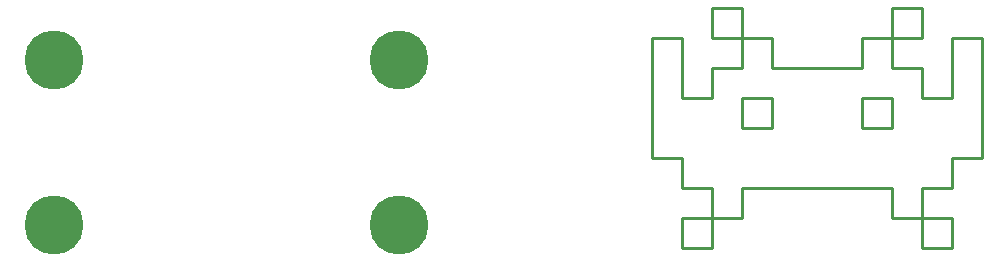
<source format=gbl>
G04 Layer_Physical_Order=2*
G04 Layer_Color=16711680*
%FSAX43Y43*%
%MOMM*%
G71*
G01*
G75*
%ADD10C,5.000*%
%ADD11C,0.254*%
D10*
X0075071Y0107300D02*
D03*
X0104280Y0107300D02*
D03*
Y0121300D02*
D03*
X0075071Y0121300D02*
D03*
D11*
X0151130Y0105410D02*
Y0107950D01*
X0148590D02*
X0151130D01*
X0148590D02*
Y0110490D01*
X0151130D01*
Y0113030D01*
X0153670D01*
Y0123190D01*
X0151130D02*
X0153670D01*
X0151130Y0118110D02*
Y0123190D01*
X0148590Y0118110D02*
X0151130D01*
X0148590D02*
Y0120650D01*
X0146050D02*
X0148590D01*
X0146050D02*
Y0123190D01*
X0148590D01*
Y0125730D01*
X0146050D02*
X0148590D01*
X0146050Y0123190D02*
Y0125730D01*
X0143510Y0123190D02*
X0146050D01*
X0143510Y0120650D02*
Y0123190D01*
X0138430Y0120650D02*
X0143510D01*
X0148590Y0105410D02*
X0151130D01*
X0148590D02*
Y0107950D01*
X0146050D02*
X0148590D01*
X0146050D02*
Y0110490D01*
X0138430D02*
X0146050D01*
Y0115570D02*
Y0118110D01*
X0143510Y0115570D02*
X0146050D01*
X0143510D02*
Y0118110D01*
X0146050D01*
X0133350D02*
X0135890D01*
Y0115570D02*
Y0118110D01*
X0133350Y0115570D02*
X0135890D01*
X0133350D02*
Y0118110D01*
Y0110490D02*
X0140970D01*
X0133350Y0107950D02*
Y0110490D01*
X0130810Y0107950D02*
X0133350D01*
X0130810Y0105410D02*
Y0107950D01*
X0128270Y0105410D02*
X0130810D01*
X0135890Y0120650D02*
X0140970D01*
X0135890D02*
Y0123190D01*
X0133350D02*
X0135890D01*
X0133350D02*
Y0125730D01*
X0130810D02*
X0133350D01*
X0130810Y0123190D02*
Y0125730D01*
Y0123190D02*
X0133350D01*
Y0120650D02*
Y0123190D01*
X0130810Y0120650D02*
X0133350D01*
X0130810Y0118110D02*
Y0120650D01*
X0128270Y0118110D02*
X0130810D01*
X0128270D02*
Y0123190D01*
X0125730D02*
X0128270D01*
X0125730Y0113030D02*
Y0123190D01*
Y0113030D02*
X0128270D01*
Y0110490D02*
Y0113030D01*
Y0110490D02*
X0130810D01*
Y0107950D02*
Y0110490D01*
X0128270Y0107950D02*
X0130810D01*
X0128270Y0105410D02*
Y0107950D01*
M02*

</source>
